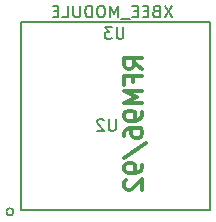
<source format=gbr>
G04 #@! TF.FileFunction,Legend,Bot*
%FSLAX46Y46*%
G04 Gerber Fmt 4.6, Leading zero omitted, Abs format (unit mm)*
G04 Created by KiCad (PCBNEW 4.0.4-stable) date 01/28/17 15:21:22*
%MOMM*%
%LPD*%
G01*
G04 APERTURE LIST*
%ADD10C,0.100000*%
%ADD11C,0.200000*%
%ADD12C,0.300000*%
%ADD13C,0.150000*%
G04 APERTURE END LIST*
D10*
D11*
X174645287Y-122320000D02*
G75*
G03X174645287Y-122320000I-305287J0D01*
G01*
D12*
X185538571Y-110181430D02*
X184824286Y-109681430D01*
X185538571Y-109324287D02*
X184038571Y-109324287D01*
X184038571Y-109895715D01*
X184110000Y-110038573D01*
X184181429Y-110110001D01*
X184324286Y-110181430D01*
X184538571Y-110181430D01*
X184681429Y-110110001D01*
X184752857Y-110038573D01*
X184824286Y-109895715D01*
X184824286Y-109324287D01*
X184752857Y-111324287D02*
X184752857Y-110824287D01*
X185538571Y-110824287D02*
X184038571Y-110824287D01*
X184038571Y-111538573D01*
X185538571Y-112110001D02*
X184038571Y-112110001D01*
X185110000Y-112610001D01*
X184038571Y-113110001D01*
X185538571Y-113110001D01*
X185538571Y-113895715D02*
X185538571Y-114181430D01*
X185467143Y-114324287D01*
X185395714Y-114395715D01*
X185181429Y-114538573D01*
X184895714Y-114610001D01*
X184324286Y-114610001D01*
X184181429Y-114538573D01*
X184110000Y-114467144D01*
X184038571Y-114324287D01*
X184038571Y-114038573D01*
X184110000Y-113895715D01*
X184181429Y-113824287D01*
X184324286Y-113752858D01*
X184681429Y-113752858D01*
X184824286Y-113824287D01*
X184895714Y-113895715D01*
X184967143Y-114038573D01*
X184967143Y-114324287D01*
X184895714Y-114467144D01*
X184824286Y-114538573D01*
X184681429Y-114610001D01*
X184038571Y-115895715D02*
X184038571Y-115610001D01*
X184110000Y-115467144D01*
X184181429Y-115395715D01*
X184395714Y-115252858D01*
X184681429Y-115181429D01*
X185252857Y-115181429D01*
X185395714Y-115252858D01*
X185467143Y-115324286D01*
X185538571Y-115467144D01*
X185538571Y-115752858D01*
X185467143Y-115895715D01*
X185395714Y-115967144D01*
X185252857Y-116038572D01*
X184895714Y-116038572D01*
X184752857Y-115967144D01*
X184681429Y-115895715D01*
X184610000Y-115752858D01*
X184610000Y-115467144D01*
X184681429Y-115324286D01*
X184752857Y-115252858D01*
X184895714Y-115181429D01*
X183967143Y-117752857D02*
X185895714Y-116467143D01*
X185538571Y-118324286D02*
X185538571Y-118610001D01*
X185467143Y-118752858D01*
X185395714Y-118824286D01*
X185181429Y-118967144D01*
X184895714Y-119038572D01*
X184324286Y-119038572D01*
X184181429Y-118967144D01*
X184110000Y-118895715D01*
X184038571Y-118752858D01*
X184038571Y-118467144D01*
X184110000Y-118324286D01*
X184181429Y-118252858D01*
X184324286Y-118181429D01*
X184681429Y-118181429D01*
X184824286Y-118252858D01*
X184895714Y-118324286D01*
X184967143Y-118467144D01*
X184967143Y-118752858D01*
X184895714Y-118895715D01*
X184824286Y-118967144D01*
X184681429Y-119038572D01*
X184181429Y-119610000D02*
X184110000Y-119681429D01*
X184038571Y-119824286D01*
X184038571Y-120181429D01*
X184110000Y-120324286D01*
X184181429Y-120395715D01*
X184324286Y-120467143D01*
X184467143Y-120467143D01*
X184681429Y-120395715D01*
X185538571Y-119538572D01*
X185538571Y-120467143D01*
D13*
X175300000Y-122200000D02*
X175300000Y-106200000D01*
X175300000Y-106200000D02*
X191300000Y-106200000D01*
X191300000Y-106200000D02*
X191300000Y-122200000D01*
X191300000Y-122200000D02*
X175300000Y-122200000D01*
X183941905Y-106682381D02*
X183941905Y-107491905D01*
X183894286Y-107587143D01*
X183846667Y-107634762D01*
X183751429Y-107682381D01*
X183560952Y-107682381D01*
X183465714Y-107634762D01*
X183418095Y-107587143D01*
X183370476Y-107491905D01*
X183370476Y-106682381D01*
X182989524Y-106682381D02*
X182370476Y-106682381D01*
X182703810Y-107063333D01*
X182560952Y-107063333D01*
X182465714Y-107110952D01*
X182418095Y-107158571D01*
X182370476Y-107253810D01*
X182370476Y-107491905D01*
X182418095Y-107587143D01*
X182465714Y-107634762D01*
X182560952Y-107682381D01*
X182846667Y-107682381D01*
X182941905Y-107634762D01*
X182989524Y-107587143D01*
X188095238Y-104852381D02*
X187428571Y-105852381D01*
X187428571Y-104852381D02*
X188095238Y-105852381D01*
X186714285Y-105328571D02*
X186571428Y-105376190D01*
X186523809Y-105423810D01*
X186476190Y-105519048D01*
X186476190Y-105661905D01*
X186523809Y-105757143D01*
X186571428Y-105804762D01*
X186666666Y-105852381D01*
X187047619Y-105852381D01*
X187047619Y-104852381D01*
X186714285Y-104852381D01*
X186619047Y-104900000D01*
X186571428Y-104947619D01*
X186523809Y-105042857D01*
X186523809Y-105138095D01*
X186571428Y-105233333D01*
X186619047Y-105280952D01*
X186714285Y-105328571D01*
X187047619Y-105328571D01*
X186047619Y-105328571D02*
X185714285Y-105328571D01*
X185571428Y-105852381D02*
X186047619Y-105852381D01*
X186047619Y-104852381D01*
X185571428Y-104852381D01*
X185142857Y-105328571D02*
X184809523Y-105328571D01*
X184666666Y-105852381D02*
X185142857Y-105852381D01*
X185142857Y-104852381D01*
X184666666Y-104852381D01*
X184476190Y-105947619D02*
X183714285Y-105947619D01*
X183476190Y-105852381D02*
X183476190Y-104852381D01*
X183142856Y-105566667D01*
X182809523Y-104852381D01*
X182809523Y-105852381D01*
X182142857Y-104852381D02*
X181952380Y-104852381D01*
X181857142Y-104900000D01*
X181761904Y-104995238D01*
X181714285Y-105185714D01*
X181714285Y-105519048D01*
X181761904Y-105709524D01*
X181857142Y-105804762D01*
X181952380Y-105852381D01*
X182142857Y-105852381D01*
X182238095Y-105804762D01*
X182333333Y-105709524D01*
X182380952Y-105519048D01*
X182380952Y-105185714D01*
X182333333Y-104995238D01*
X182238095Y-104900000D01*
X182142857Y-104852381D01*
X181285714Y-105852381D02*
X181285714Y-104852381D01*
X181047619Y-104852381D01*
X180904761Y-104900000D01*
X180809523Y-104995238D01*
X180761904Y-105090476D01*
X180714285Y-105280952D01*
X180714285Y-105423810D01*
X180761904Y-105614286D01*
X180809523Y-105709524D01*
X180904761Y-105804762D01*
X181047619Y-105852381D01*
X181285714Y-105852381D01*
X180285714Y-104852381D02*
X180285714Y-105661905D01*
X180238095Y-105757143D01*
X180190476Y-105804762D01*
X180095238Y-105852381D01*
X179904761Y-105852381D01*
X179809523Y-105804762D01*
X179761904Y-105757143D01*
X179714285Y-105661905D01*
X179714285Y-104852381D01*
X178761904Y-105852381D02*
X179238095Y-105852381D01*
X179238095Y-104852381D01*
X178428571Y-105328571D02*
X178095237Y-105328571D01*
X177952380Y-105852381D02*
X178428571Y-105852381D01*
X178428571Y-104852381D01*
X177952380Y-104852381D01*
X183291905Y-114462381D02*
X183291905Y-115271905D01*
X183244286Y-115367143D01*
X183196667Y-115414762D01*
X183101429Y-115462381D01*
X182910952Y-115462381D01*
X182815714Y-115414762D01*
X182768095Y-115367143D01*
X182720476Y-115271905D01*
X182720476Y-114462381D01*
X182291905Y-114557619D02*
X182244286Y-114510000D01*
X182149048Y-114462381D01*
X181910952Y-114462381D01*
X181815714Y-114510000D01*
X181768095Y-114557619D01*
X181720476Y-114652857D01*
X181720476Y-114748095D01*
X181768095Y-114890952D01*
X182339524Y-115462381D01*
X181720476Y-115462381D01*
M02*

</source>
